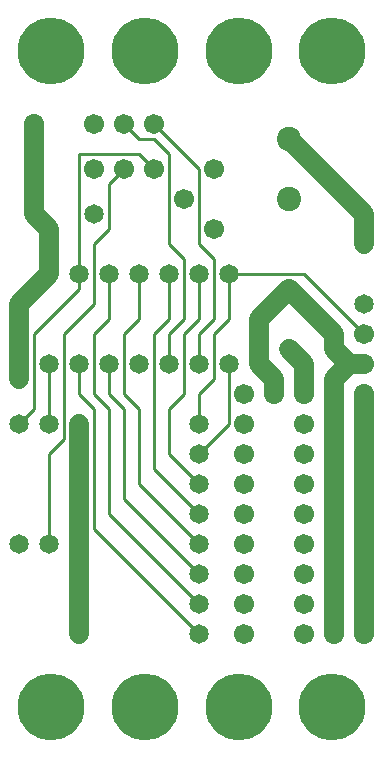
<source format=gtl>
%MOIN*%
%FSLAX25Y25*%
G04 D10 used for Character Trace; *
G04     Circle (OD=.01000) (No hole)*
G04 D11 used for Power Trace; *
G04     Circle (OD=.06700) (No hole)*
G04 D12 used for Signal Trace; *
G04     Circle (OD=.01100) (No hole)*
G04 D13 used for Via; *
G04     Circle (OD=.05800) (Round. Hole ID=.02800)*
G04 D14 used for Component hole; *
G04     Circle (OD=.06500) (Round. Hole ID=.03500)*
G04 D15 used for Component hole; *
G04     Circle (OD=.06700) (Round. Hole ID=.04300)*
G04 D16 used for Component hole; *
G04     Circle (OD=.08100) (Round. Hole ID=.05100)*
G04 D17 used for Component hole; *
G04     Circle (OD=.08900) (Round. Hole ID=.05900)*
G04 D18 used for Component hole; *
G04     Circle (OD=.11300) (Round. Hole ID=.08300)*
G04 D19 used for Component hole; *
G04     Circle (OD=.16000) (Round. Hole ID=.13000)*
G04 D20 used for Component hole; *
G04     Circle (OD=.18300) (Round. Hole ID=.15300)*
G04 D21 used for Component hole; *
G04     Circle (OD=.22291) (Round. Hole ID=.19291)*
%ADD10C,.01000*%
%ADD11C,.06700*%
%ADD12C,.01100*%
%ADD13C,.05800*%
%ADD14C,.06500*%
%ADD15C,.06700*%
%ADD16C,.08100*%
%ADD17C,.08900*%
%ADD18C,.11300*%
%ADD19C,.16000*%
%ADD20C,.18300*%
%ADD21C,.22291*%
%IPPOS*%
%LPD*%
G90*X0Y0D02*D21*X15625Y15625D03*D14*              
X25000Y40000D03*D11*Y50000D01*D14*D03*D11*        
Y60000D01*D14*D03*D11*Y70000D01*D14*D03*D11*      
Y80000D01*D14*D03*D11*Y90000D01*D14*D03*D11*      
Y100000D01*D14*D03*D11*Y110000D01*D14*D03*D12*    
X30000Y75000D02*Y115000D01*X65000Y40000D02*       
X30000Y75000D01*D14*X65000Y40000D03*Y50000D03*D12*
X35000Y80000D01*Y115000D01*X30000Y120000D01*      
Y140000D01*X35000Y145000D01*Y160000D01*D14*D03*   
D12*X20000Y140000D02*X30000Y150000D01*            
X20000Y105000D02*Y140000D01*X15000Y100000D02*     
X20000Y105000D01*X15000Y70000D02*Y100000D01*D14*  
Y70000D03*X5000D03*D12*X65000Y60000D02*           
X40000Y85000D01*D14*X65000Y60000D03*Y70000D03*D12*
X45000Y90000D01*Y115000D01*X40000Y120000D01*      
Y140000D01*X45000Y145000D01*Y160000D01*D14*D03*   
D12*X60000Y165000D02*X55000Y170000D01*            
X60000Y145000D02*Y165000D01*X55000Y140000D02*     
X60000Y145000D01*X55000Y130000D02*Y140000D01*D14* 
Y130000D03*D12*X65000Y110000D02*Y120000D01*D14*   
Y110000D03*D12*Y90000D02*X55000Y100000D01*D14*    
X65000Y90000D03*D12*X55000Y100000D02*Y115000D01*  
X60000Y120000D01*Y140000D01*X65000Y145000D01*     
Y160000D01*D14*D03*D12*X70000Y145000D02*          
Y165000D01*X65000Y140000D02*X70000Y145000D01*     
X65000Y130000D02*Y140000D01*D14*Y130000D03*D12*   
Y120000D02*X70000Y125000D01*Y140000D01*           
X75000Y145000D01*Y160000D01*D14*D03*D12*          
X100000D01*X120000Y140000D01*D15*D03*D11*         
X110000Y125000D02*X115000Y130000D01*              
X110000Y110000D02*Y125000D01*D15*Y110000D03*D11*  
Y100000D01*D15*D03*D11*Y90000D01*D15*D03*D11*     
Y80000D01*D15*D03*D11*Y70000D01*D15*D03*D11*      
Y60000D01*D15*D03*D11*Y50000D01*D15*D03*D11*      
Y40000D01*D15*D03*X120000Y50000D03*D11*Y40000D01* 
D15*D03*D11*Y50000D02*Y60000D01*D15*D03*D11*      
Y70000D01*D15*D03*D11*Y80000D01*D15*D03*D11*      
Y90000D01*D15*D03*D11*Y100000D01*D15*D03*D11*     
Y110000D01*D15*D03*D11*Y120000D01*D15*D03*        
Y130000D03*D11*X115000D01*X110000Y135000D01*      
Y140000D01*X95000Y155000D01*D14*D03*D11*          
X85000Y145000D01*Y130000D01*X90000Y125000D01*     
Y120000D01*D15*D03*X100000Y110000D03*D11*         
Y120000D02*Y130000D01*D15*Y120000D03*D11*         
Y130000D02*X95000Y135000D01*D14*D03*D15*          
X80000Y120000D03*D14*X75000Y130000D03*D12*        
Y110000D01*X65000Y100000D01*D14*D03*D15*          
X80000Y90000D03*Y100000D03*D12*X65000Y80000D02*   
X50000Y95000D01*D14*X65000Y80000D03*D12*          
X50000Y95000D02*Y140000D01*X55000Y145000D01*      
Y160000D01*D14*D03*D12*X70000Y165000D02*          
X65000Y170000D01*Y195000D01*X50000Y210000D01*D15* 
D03*D12*X45000Y205000D02*X50000D01*               
X55000Y200000D01*Y170000D01*D15*X60000Y185000D03* 
X70000Y175000D03*D12*X35000D02*Y190000D01*        
X30000Y170000D02*X35000Y175000D01*                
X30000Y150000D02*Y170000D01*X10000Y140000D02*     
X25000Y155000D01*X10000Y115000D02*Y140000D01*     
X5000Y110000D02*X10000Y115000D01*D14*             
X5000Y110000D03*X15000D03*D12*Y130000D01*D14*D03* 
D12*X30000Y115000D02*X25000Y120000D01*            
X40000Y115000D02*X35000Y120000D01*X40000Y85000D02*
Y115000D01*X35000Y120000D02*Y130000D01*D14*D03*   
D12*X25000Y120000D02*Y130000D01*D14*D03*D11*      
X5000Y125000D02*Y150000D01*D13*Y125000D03*D11*    
Y150000D02*X15000Y160000D01*D14*D03*D11*          
Y175000D01*X10000Y180000D01*D14*D03*D11*          
Y195000D01*D15*D03*D11*Y210000D01*D15*D03*D12*    
X25000Y160000D02*Y200000D01*D14*Y160000D03*D12*   
Y155000D01*D14*X30000Y180000D03*X45000Y130000D03* 
D12*X35000Y190000D02*X40000Y195000D01*D15*D03*D12*
X50000D02*X45000Y200000D01*D15*X50000Y195000D03*  
D12*X25000Y200000D02*X45000D01*D15*               
X30000Y195000D03*Y210000D03*X40000D03*D12*        
X45000Y205000D01*D15*X70000Y195000D03*D21*        
X15625Y234375D03*X46875D03*X78125D03*D16*         
X95000Y185000D03*Y205000D03*D11*X120000Y180000D01*
Y170000D01*D14*D03*Y150000D03*D15*                
X80000Y110000D03*D21*X109375Y234375D03*D15*       
X100000Y100000D03*Y90000D03*X80000Y80000D03*      
X100000D03*X80000Y70000D03*X100000D03*            
X80000Y60000D03*X100000D03*X80000Y50000D03*       
X100000D03*X80000Y40000D03*X100000D03*D21*        
X46875Y15625D03*X78125D03*X109375D03*M02*         

</source>
